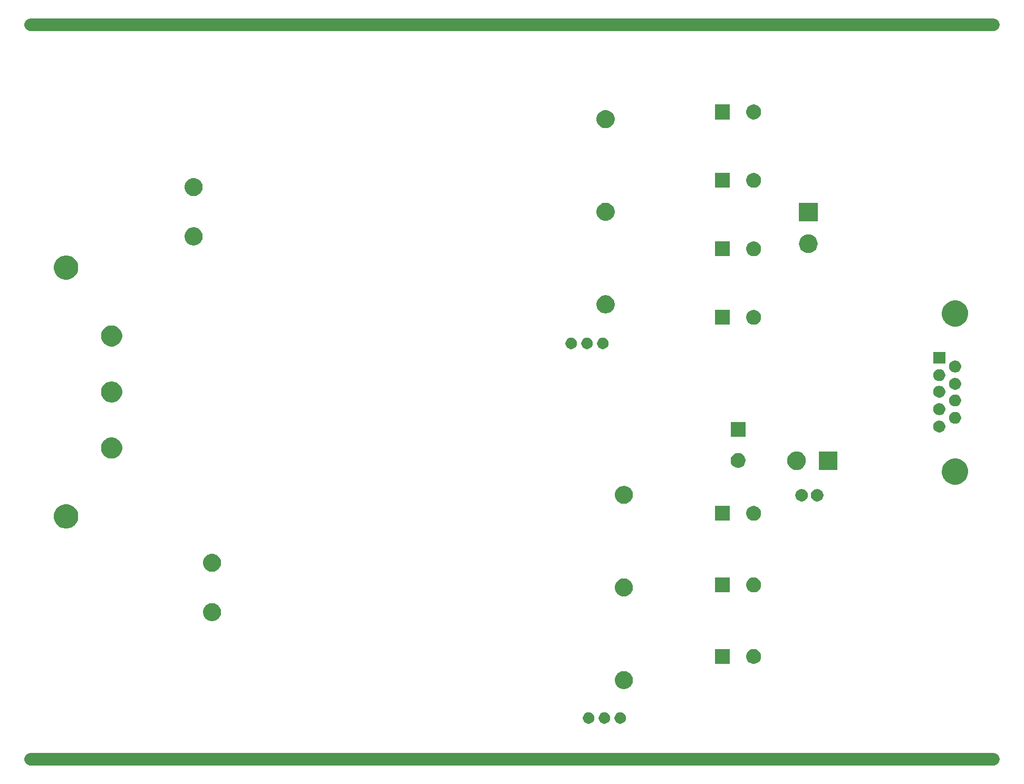
<source format=gbr>
G04 #@! TF.GenerationSoftware,KiCad,Pcbnew,(5.1.0)-1*
G04 #@! TF.CreationDate,2021-01-22T15:31:34-07:00*
G04 #@! TF.ProjectId,pwr supply rev 5,70777220-7375-4707-906c-792072657620,rev?*
G04 #@! TF.SameCoordinates,Original*
G04 #@! TF.FileFunction,Soldermask,Top*
G04 #@! TF.FilePolarity,Negative*
%FSLAX46Y46*%
G04 Gerber Fmt 4.6, Leading zero omitted, Abs format (unit mm)*
G04 Created by KiCad (PCBNEW (5.1.0)-1) date 2021-01-22 15:31:34*
%MOMM*%
%LPD*%
G04 APERTURE LIST*
%ADD10C,2.000000*%
%ADD11C,0.150000*%
G04 APERTURE END LIST*
D10*
X161000000Y-1000000D02*
X6400000Y-1000000D01*
X161000000Y-119000000D02*
X6400000Y-119000000D01*
D11*
G36*
X101348354Y-111515356D02*
G01*
X101515786Y-111584708D01*
X101666466Y-111685389D01*
X101794611Y-111813534D01*
X101895292Y-111964214D01*
X101964644Y-112131646D01*
X102000000Y-112309389D01*
X102000000Y-112490611D01*
X101964644Y-112668354D01*
X101895292Y-112835786D01*
X101794611Y-112986466D01*
X101666466Y-113114611D01*
X101515786Y-113215292D01*
X101348354Y-113284644D01*
X101170612Y-113320000D01*
X100989388Y-113320000D01*
X100811646Y-113284644D01*
X100644214Y-113215292D01*
X100493534Y-113114611D01*
X100365389Y-112986466D01*
X100264708Y-112835786D01*
X100195356Y-112668354D01*
X100160000Y-112490611D01*
X100160000Y-112309389D01*
X100195356Y-112131646D01*
X100264708Y-111964214D01*
X100365389Y-111813534D01*
X100493534Y-111685389D01*
X100644214Y-111584708D01*
X100811646Y-111515356D01*
X100989388Y-111480000D01*
X101170612Y-111480000D01*
X101348354Y-111515356D01*
X101348354Y-111515356D01*
G37*
G36*
X98808354Y-111515356D02*
G01*
X98975786Y-111584708D01*
X99126466Y-111685389D01*
X99254611Y-111813534D01*
X99355292Y-111964214D01*
X99424644Y-112131646D01*
X99460000Y-112309389D01*
X99460000Y-112490611D01*
X99424644Y-112668354D01*
X99355292Y-112835786D01*
X99254611Y-112986466D01*
X99126466Y-113114611D01*
X98975786Y-113215292D01*
X98808354Y-113284644D01*
X98630612Y-113320000D01*
X98449388Y-113320000D01*
X98271646Y-113284644D01*
X98104214Y-113215292D01*
X97953534Y-113114611D01*
X97825389Y-112986466D01*
X97724708Y-112835786D01*
X97655356Y-112668354D01*
X97620000Y-112490611D01*
X97620000Y-112309389D01*
X97655356Y-112131646D01*
X97724708Y-111964214D01*
X97825389Y-111813534D01*
X97953534Y-111685389D01*
X98104214Y-111584708D01*
X98271646Y-111515356D01*
X98449388Y-111480000D01*
X98630612Y-111480000D01*
X98808354Y-111515356D01*
X98808354Y-111515356D01*
G37*
G36*
X96268354Y-111515356D02*
G01*
X96435786Y-111584708D01*
X96586466Y-111685389D01*
X96714611Y-111813534D01*
X96815292Y-111964214D01*
X96884644Y-112131646D01*
X96920000Y-112309389D01*
X96920000Y-112490611D01*
X96884644Y-112668354D01*
X96815292Y-112835786D01*
X96714611Y-112986466D01*
X96586466Y-113114611D01*
X96435786Y-113215292D01*
X96268354Y-113284644D01*
X96090612Y-113320000D01*
X95909388Y-113320000D01*
X95731646Y-113284644D01*
X95564214Y-113215292D01*
X95413534Y-113114611D01*
X95285389Y-112986466D01*
X95184708Y-112835786D01*
X95115356Y-112668354D01*
X95080000Y-112490611D01*
X95080000Y-112309389D01*
X95115356Y-112131646D01*
X95184708Y-111964214D01*
X95285389Y-111813534D01*
X95413534Y-111685389D01*
X95564214Y-111584708D01*
X95731646Y-111515356D01*
X95909388Y-111480000D01*
X96090612Y-111480000D01*
X96268354Y-111515356D01*
X96268354Y-111515356D01*
G37*
G36*
X101999570Y-104882149D02*
G01*
X102092950Y-104900723D01*
X102356835Y-105010027D01*
X102594321Y-105168711D01*
X102796289Y-105370679D01*
X102954973Y-105608165D01*
X103064277Y-105872050D01*
X103120000Y-106152189D01*
X103120000Y-106437811D01*
X103064277Y-106717950D01*
X102954973Y-106981835D01*
X102796289Y-107219321D01*
X102594321Y-107421289D01*
X102356835Y-107579973D01*
X102092950Y-107689277D01*
X101999570Y-107707851D01*
X101812813Y-107745000D01*
X101527187Y-107745000D01*
X101340430Y-107707851D01*
X101247050Y-107689277D01*
X100983165Y-107579973D01*
X100745679Y-107421289D01*
X100543711Y-107219321D01*
X100385027Y-106981835D01*
X100275723Y-106717950D01*
X100220000Y-106437811D01*
X100220000Y-106152189D01*
X100275723Y-105872050D01*
X100385027Y-105608165D01*
X100543711Y-105370679D01*
X100745679Y-105168711D01*
X100983165Y-105010027D01*
X101247050Y-104900723D01*
X101340430Y-104882149D01*
X101527187Y-104845000D01*
X101812813Y-104845000D01*
X101999570Y-104882149D01*
X101999570Y-104882149D01*
G37*
G36*
X122850027Y-101346116D02*
G01*
X123068415Y-101436575D01*
X123264955Y-101567899D01*
X123432101Y-101735045D01*
X123563425Y-101931585D01*
X123653884Y-102149973D01*
X123700000Y-102381812D01*
X123700000Y-102618188D01*
X123653884Y-102850027D01*
X123563425Y-103068415D01*
X123432101Y-103264955D01*
X123264955Y-103432101D01*
X123068415Y-103563425D01*
X123068414Y-103563426D01*
X123068413Y-103563426D01*
X122850027Y-103653884D01*
X122618190Y-103700000D01*
X122381810Y-103700000D01*
X122149973Y-103653884D01*
X121931587Y-103563426D01*
X121931586Y-103563426D01*
X121931585Y-103563425D01*
X121735045Y-103432101D01*
X121567899Y-103264955D01*
X121436575Y-103068415D01*
X121346116Y-102850027D01*
X121300000Y-102618188D01*
X121300000Y-102381812D01*
X121346116Y-102149973D01*
X121436575Y-101931585D01*
X121567899Y-101735045D01*
X121735045Y-101567899D01*
X121931585Y-101436575D01*
X122149973Y-101346116D01*
X122381810Y-101300000D01*
X122618190Y-101300000D01*
X122850027Y-101346116D01*
X122850027Y-101346116D01*
G37*
G36*
X118700000Y-103700000D02*
G01*
X116300000Y-103700000D01*
X116300000Y-101300000D01*
X118700000Y-101300000D01*
X118700000Y-103700000D01*
X118700000Y-103700000D01*
G37*
G36*
X35859570Y-93962149D02*
G01*
X35952950Y-93980723D01*
X36216835Y-94090027D01*
X36454321Y-94248711D01*
X36656289Y-94450679D01*
X36814973Y-94688165D01*
X36924277Y-94952050D01*
X36980000Y-95232189D01*
X36980000Y-95517811D01*
X36924277Y-95797950D01*
X36814973Y-96061835D01*
X36656289Y-96299321D01*
X36454321Y-96501289D01*
X36216835Y-96659973D01*
X35952950Y-96769277D01*
X35859570Y-96787851D01*
X35672813Y-96825000D01*
X35387187Y-96825000D01*
X35200430Y-96787851D01*
X35107050Y-96769277D01*
X34843165Y-96659973D01*
X34605679Y-96501289D01*
X34403711Y-96299321D01*
X34245027Y-96061835D01*
X34135723Y-95797950D01*
X34080000Y-95517811D01*
X34080000Y-95232189D01*
X34135723Y-94952050D01*
X34245027Y-94688165D01*
X34403711Y-94450679D01*
X34605679Y-94248711D01*
X34843165Y-94090027D01*
X35107050Y-93980723D01*
X35200430Y-93962149D01*
X35387187Y-93925000D01*
X35672813Y-93925000D01*
X35859570Y-93962149D01*
X35859570Y-93962149D01*
G37*
G36*
X101999570Y-90002149D02*
G01*
X102092950Y-90020723D01*
X102356835Y-90130027D01*
X102594321Y-90288711D01*
X102796289Y-90490679D01*
X102954973Y-90728165D01*
X103018614Y-90881810D01*
X103064277Y-90992051D01*
X103120000Y-91272187D01*
X103120000Y-91557813D01*
X103117891Y-91568415D01*
X103064277Y-91837950D01*
X102954973Y-92101835D01*
X102796289Y-92339321D01*
X102594321Y-92541289D01*
X102356835Y-92699973D01*
X102092950Y-92809277D01*
X101999570Y-92827851D01*
X101812813Y-92865000D01*
X101527187Y-92865000D01*
X101340430Y-92827851D01*
X101247050Y-92809277D01*
X100983165Y-92699973D01*
X100745679Y-92541289D01*
X100543711Y-92339321D01*
X100385027Y-92101835D01*
X100275723Y-91837950D01*
X100222109Y-91568415D01*
X100220000Y-91557813D01*
X100220000Y-91272187D01*
X100275723Y-90992051D01*
X100321386Y-90881810D01*
X100385027Y-90728165D01*
X100543711Y-90490679D01*
X100745679Y-90288711D01*
X100983165Y-90130027D01*
X101247050Y-90020723D01*
X101340430Y-90002149D01*
X101527187Y-89965000D01*
X101812813Y-89965000D01*
X101999570Y-90002149D01*
X101999570Y-90002149D01*
G37*
G36*
X122850027Y-89846116D02*
G01*
X123068415Y-89936575D01*
X123264955Y-90067899D01*
X123432101Y-90235045D01*
X123467960Y-90288711D01*
X123563426Y-90431587D01*
X123653884Y-90649973D01*
X123700000Y-90881810D01*
X123700000Y-91118190D01*
X123653884Y-91350027D01*
X123567817Y-91557813D01*
X123563425Y-91568415D01*
X123432101Y-91764955D01*
X123264955Y-91932101D01*
X123068415Y-92063425D01*
X123068414Y-92063426D01*
X123068413Y-92063426D01*
X122850027Y-92153884D01*
X122618190Y-92200000D01*
X122381810Y-92200000D01*
X122149973Y-92153884D01*
X121931587Y-92063426D01*
X121931586Y-92063426D01*
X121931585Y-92063425D01*
X121735045Y-91932101D01*
X121567899Y-91764955D01*
X121436575Y-91568415D01*
X121432184Y-91557813D01*
X121346116Y-91350027D01*
X121300000Y-91118190D01*
X121300000Y-90881810D01*
X121346116Y-90649973D01*
X121436574Y-90431587D01*
X121532041Y-90288711D01*
X121567899Y-90235045D01*
X121735045Y-90067899D01*
X121931585Y-89936575D01*
X122149973Y-89846116D01*
X122381810Y-89800000D01*
X122618190Y-89800000D01*
X122850027Y-89846116D01*
X122850027Y-89846116D01*
G37*
G36*
X118700000Y-92200000D02*
G01*
X116300000Y-92200000D01*
X116300000Y-89800000D01*
X118700000Y-89800000D01*
X118700000Y-92200000D01*
X118700000Y-92200000D01*
G37*
G36*
X35859570Y-86042149D02*
G01*
X35952950Y-86060723D01*
X36216835Y-86170027D01*
X36454321Y-86328711D01*
X36656289Y-86530679D01*
X36814973Y-86768165D01*
X36924277Y-87032050D01*
X36980000Y-87312189D01*
X36980000Y-87597811D01*
X36924277Y-87877950D01*
X36814973Y-88141835D01*
X36656289Y-88379321D01*
X36454321Y-88581289D01*
X36216835Y-88739973D01*
X35952950Y-88849277D01*
X35859570Y-88867851D01*
X35672813Y-88905000D01*
X35387187Y-88905000D01*
X35200430Y-88867851D01*
X35107050Y-88849277D01*
X34843165Y-88739973D01*
X34605679Y-88581289D01*
X34403711Y-88379321D01*
X34245027Y-88141835D01*
X34135723Y-87877950D01*
X34080000Y-87597811D01*
X34080000Y-87312189D01*
X34135723Y-87032050D01*
X34245027Y-86768165D01*
X34403711Y-86530679D01*
X34605679Y-86328711D01*
X34843165Y-86170027D01*
X35107050Y-86060723D01*
X35200430Y-86042149D01*
X35387187Y-86005000D01*
X35672813Y-86005000D01*
X35859570Y-86042149D01*
X35859570Y-86042149D01*
G37*
G36*
X12668794Y-78124938D02*
G01*
X13023674Y-78271933D01*
X13343053Y-78485336D01*
X13614664Y-78756947D01*
X13828067Y-79076326D01*
X13975062Y-79431206D01*
X14050000Y-79807943D01*
X14050000Y-80192057D01*
X13975062Y-80568794D01*
X13828067Y-80923674D01*
X13614664Y-81243053D01*
X13343053Y-81514664D01*
X13023674Y-81728067D01*
X12668794Y-81875062D01*
X12292058Y-81950000D01*
X11907942Y-81950000D01*
X11531206Y-81875062D01*
X11176326Y-81728067D01*
X10856947Y-81514664D01*
X10585336Y-81243053D01*
X10371933Y-80923674D01*
X10224938Y-80568794D01*
X10150000Y-80192057D01*
X10150000Y-79807943D01*
X10224938Y-79431206D01*
X10371933Y-79076326D01*
X10585336Y-78756947D01*
X10856947Y-78485336D01*
X11176326Y-78271933D01*
X11531206Y-78124938D01*
X11907942Y-78050000D01*
X12292058Y-78050000D01*
X12668794Y-78124938D01*
X12668794Y-78124938D01*
G37*
G36*
X118700000Y-80700000D02*
G01*
X116300000Y-80700000D01*
X116300000Y-78300000D01*
X118700000Y-78300000D01*
X118700000Y-80700000D01*
X118700000Y-80700000D01*
G37*
G36*
X122850027Y-78346116D02*
G01*
X123068415Y-78436575D01*
X123264955Y-78567899D01*
X123432101Y-78735045D01*
X123563425Y-78931585D01*
X123653884Y-79149973D01*
X123700000Y-79381812D01*
X123700000Y-79618188D01*
X123653884Y-79850027D01*
X123563425Y-80068415D01*
X123432101Y-80264955D01*
X123264955Y-80432101D01*
X123068415Y-80563425D01*
X123068414Y-80563426D01*
X123068413Y-80563426D01*
X122850027Y-80653884D01*
X122618190Y-80700000D01*
X122381810Y-80700000D01*
X122149973Y-80653884D01*
X121931587Y-80563426D01*
X121931586Y-80563426D01*
X121931585Y-80563425D01*
X121735045Y-80432101D01*
X121567899Y-80264955D01*
X121436575Y-80068415D01*
X121346116Y-79850027D01*
X121300000Y-79618188D01*
X121300000Y-79381812D01*
X121346116Y-79149973D01*
X121436575Y-78931585D01*
X121567899Y-78735045D01*
X121735045Y-78567899D01*
X121931585Y-78436575D01*
X122149973Y-78346116D01*
X122381810Y-78300000D01*
X122618190Y-78300000D01*
X122850027Y-78346116D01*
X122850027Y-78346116D01*
G37*
G36*
X101999570Y-75122149D02*
G01*
X102092950Y-75140723D01*
X102356835Y-75250027D01*
X102594321Y-75408711D01*
X102796289Y-75610679D01*
X102954973Y-75848165D01*
X103064277Y-76112050D01*
X103064277Y-76112051D01*
X103103316Y-76308310D01*
X103120000Y-76392189D01*
X103120000Y-76677811D01*
X103064277Y-76957950D01*
X102954973Y-77221835D01*
X102796289Y-77459321D01*
X102594321Y-77661289D01*
X102356835Y-77819973D01*
X102092950Y-77929277D01*
X101999570Y-77947851D01*
X101812813Y-77985000D01*
X101527187Y-77985000D01*
X101340430Y-77947851D01*
X101247050Y-77929277D01*
X100983165Y-77819973D01*
X100745679Y-77661289D01*
X100543711Y-77459321D01*
X100385027Y-77221835D01*
X100275723Y-76957950D01*
X100220000Y-76677811D01*
X100220000Y-76392189D01*
X100236685Y-76308310D01*
X100275723Y-76112051D01*
X100275723Y-76112050D01*
X100385027Y-75848165D01*
X100543711Y-75610679D01*
X100745679Y-75408711D01*
X100983165Y-75250027D01*
X101247050Y-75140723D01*
X101340430Y-75122149D01*
X101527187Y-75085000D01*
X101812813Y-75085000D01*
X101999570Y-75122149D01*
X101999570Y-75122149D01*
G37*
G36*
X130491689Y-75638429D02*
G01*
X130673678Y-75713811D01*
X130837463Y-75823249D01*
X130976751Y-75962537D01*
X131086189Y-76126322D01*
X131161571Y-76308311D01*
X131200000Y-76501509D01*
X131200000Y-76698491D01*
X131161571Y-76891689D01*
X131086189Y-77073678D01*
X130976751Y-77237463D01*
X130837463Y-77376751D01*
X130673678Y-77486189D01*
X130491689Y-77561571D01*
X130298491Y-77600000D01*
X130101509Y-77600000D01*
X129908311Y-77561571D01*
X129726322Y-77486189D01*
X129562537Y-77376751D01*
X129423249Y-77237463D01*
X129313811Y-77073678D01*
X129238429Y-76891689D01*
X129200000Y-76698491D01*
X129200000Y-76501509D01*
X129238429Y-76308311D01*
X129313811Y-76126322D01*
X129423249Y-75962537D01*
X129562537Y-75823249D01*
X129726322Y-75713811D01*
X129908311Y-75638429D01*
X130101509Y-75600000D01*
X130298491Y-75600000D01*
X130491689Y-75638429D01*
X130491689Y-75638429D01*
G37*
G36*
X132991689Y-75638429D02*
G01*
X133173678Y-75713811D01*
X133337463Y-75823249D01*
X133476751Y-75962537D01*
X133586189Y-76126322D01*
X133661571Y-76308311D01*
X133700000Y-76501509D01*
X133700000Y-76698491D01*
X133661571Y-76891689D01*
X133586189Y-77073678D01*
X133476751Y-77237463D01*
X133337463Y-77376751D01*
X133173678Y-77486189D01*
X132991689Y-77561571D01*
X132798491Y-77600000D01*
X132601509Y-77600000D01*
X132408311Y-77561571D01*
X132226322Y-77486189D01*
X132062537Y-77376751D01*
X131923249Y-77237463D01*
X131813811Y-77073678D01*
X131738429Y-76891689D01*
X131700000Y-76698491D01*
X131700000Y-76501509D01*
X131738429Y-76308311D01*
X131813811Y-76126322D01*
X131923249Y-75962537D01*
X132062537Y-75823249D01*
X132226322Y-75713811D01*
X132408311Y-75638429D01*
X132601509Y-75600000D01*
X132798491Y-75600000D01*
X132991689Y-75638429D01*
X132991689Y-75638429D01*
G37*
G36*
X155454006Y-70765894D02*
G01*
X155837094Y-70924574D01*
X156181859Y-71154939D01*
X156475061Y-71448141D01*
X156705426Y-71792906D01*
X156705427Y-71792909D01*
X156864106Y-72175994D01*
X156915133Y-72432522D01*
X156945000Y-72582677D01*
X156945000Y-72997323D01*
X156864106Y-73404006D01*
X156705426Y-73787094D01*
X156475061Y-74131859D01*
X156181859Y-74425061D01*
X155837094Y-74655426D01*
X155454006Y-74814106D01*
X155047324Y-74895000D01*
X154632676Y-74895000D01*
X154225994Y-74814106D01*
X153842906Y-74655426D01*
X153498141Y-74425061D01*
X153204939Y-74131859D01*
X152974574Y-73787094D01*
X152815894Y-73404006D01*
X152735000Y-72997323D01*
X152735000Y-72582677D01*
X152764868Y-72432522D01*
X152815894Y-72175994D01*
X152974573Y-71792909D01*
X152974574Y-71792906D01*
X153204939Y-71448141D01*
X153498141Y-71154939D01*
X153842906Y-70924574D01*
X154225994Y-70765894D01*
X154632676Y-70685000D01*
X155047324Y-70685000D01*
X155454006Y-70765894D01*
X155454006Y-70765894D01*
G37*
G36*
X129684051Y-69561705D02*
G01*
X129966802Y-69647476D01*
X129966805Y-69647478D01*
X129966806Y-69647478D01*
X130227386Y-69786760D01*
X130455792Y-69974208D01*
X130643240Y-70202614D01*
X130765628Y-70431587D01*
X130782524Y-70463198D01*
X130868295Y-70745949D01*
X130897257Y-71040000D01*
X130868295Y-71334051D01*
X130782524Y-71616802D01*
X130782522Y-71616805D01*
X130782522Y-71616806D01*
X130643240Y-71877386D01*
X130455792Y-72105792D01*
X130227386Y-72293240D01*
X129966806Y-72432522D01*
X129966802Y-72432524D01*
X129684051Y-72518295D01*
X129463680Y-72540000D01*
X129316320Y-72540000D01*
X129095949Y-72518295D01*
X128813198Y-72432524D01*
X128813194Y-72432522D01*
X128552614Y-72293240D01*
X128324208Y-72105792D01*
X128136760Y-71877386D01*
X127997478Y-71616806D01*
X127997478Y-71616805D01*
X127997476Y-71616802D01*
X127911705Y-71334051D01*
X127882743Y-71040000D01*
X127911705Y-70745949D01*
X127997476Y-70463198D01*
X128014372Y-70431587D01*
X128136760Y-70202614D01*
X128324208Y-69974208D01*
X128552614Y-69786760D01*
X128813194Y-69647478D01*
X128813195Y-69647478D01*
X128813198Y-69647476D01*
X129095949Y-69561705D01*
X129316320Y-69540000D01*
X129463680Y-69540000D01*
X129684051Y-69561705D01*
X129684051Y-69561705D01*
G37*
G36*
X135970000Y-72540000D02*
G01*
X132970000Y-72540000D01*
X132970000Y-69540000D01*
X135970000Y-69540000D01*
X135970000Y-72540000D01*
X135970000Y-72540000D01*
G37*
G36*
X120350027Y-69846116D02*
G01*
X120568415Y-69936575D01*
X120764955Y-70067899D01*
X120932101Y-70235045D01*
X121063426Y-70431587D01*
X121147545Y-70634669D01*
X121153884Y-70649973D01*
X121200000Y-70881812D01*
X121200000Y-71118188D01*
X121153884Y-71350027D01*
X121063425Y-71568415D01*
X120932101Y-71764955D01*
X120764955Y-71932101D01*
X120568415Y-72063425D01*
X120568414Y-72063426D01*
X120568413Y-72063426D01*
X120350027Y-72153884D01*
X120118190Y-72200000D01*
X119881810Y-72200000D01*
X119649973Y-72153884D01*
X119431587Y-72063426D01*
X119431586Y-72063426D01*
X119431585Y-72063425D01*
X119235045Y-71932101D01*
X119067899Y-71764955D01*
X118936575Y-71568415D01*
X118846116Y-71350027D01*
X118800000Y-71118188D01*
X118800000Y-70881812D01*
X118846116Y-70649973D01*
X118852455Y-70634669D01*
X118936574Y-70431587D01*
X119067899Y-70235045D01*
X119235045Y-70067899D01*
X119431585Y-69936575D01*
X119649973Y-69846116D01*
X119881810Y-69800000D01*
X120118190Y-69800000D01*
X120350027Y-69846116D01*
X120350027Y-69846116D01*
G37*
G36*
X19895872Y-67365330D02*
G01*
X20205252Y-67493479D01*
X20483687Y-67679523D01*
X20720477Y-67916313D01*
X20906521Y-68194748D01*
X21034670Y-68504128D01*
X21100000Y-68832565D01*
X21100000Y-69167435D01*
X21034670Y-69495872D01*
X20906521Y-69805252D01*
X20720477Y-70083687D01*
X20483687Y-70320477D01*
X20205252Y-70506521D01*
X19895872Y-70634670D01*
X19567435Y-70700000D01*
X19232565Y-70700000D01*
X18904128Y-70634670D01*
X18594748Y-70506521D01*
X18316313Y-70320477D01*
X18079523Y-70083687D01*
X17893479Y-69805252D01*
X17765330Y-69495872D01*
X17700000Y-69167435D01*
X17700000Y-68832565D01*
X17765330Y-68504128D01*
X17893479Y-68194748D01*
X18079523Y-67916313D01*
X18316313Y-67679523D01*
X18594748Y-67493479D01*
X18904128Y-67365330D01*
X19232565Y-67300000D01*
X19567435Y-67300000D01*
X19895872Y-67365330D01*
X19895872Y-67365330D01*
G37*
G36*
X121200000Y-67200000D02*
G01*
X118800000Y-67200000D01*
X118800000Y-64800000D01*
X121200000Y-64800000D01*
X121200000Y-67200000D01*
X121200000Y-67200000D01*
G37*
G36*
X152580022Y-64626892D02*
G01*
X152754731Y-64699259D01*
X152754733Y-64699260D01*
X152911964Y-64804319D01*
X153045681Y-64938036D01*
X153150740Y-65095267D01*
X153223108Y-65269979D01*
X153260000Y-65455448D01*
X153260000Y-65644552D01*
X153223108Y-65830021D01*
X153150740Y-66004733D01*
X153045681Y-66161964D01*
X152911964Y-66295681D01*
X152754733Y-66400740D01*
X152754732Y-66400741D01*
X152754731Y-66400741D01*
X152580022Y-66473108D01*
X152394552Y-66510000D01*
X152205448Y-66510000D01*
X152019978Y-66473108D01*
X151845269Y-66400741D01*
X151845268Y-66400741D01*
X151845267Y-66400740D01*
X151688036Y-66295681D01*
X151554319Y-66161964D01*
X151449260Y-66004733D01*
X151376892Y-65830021D01*
X151340000Y-65644552D01*
X151340000Y-65455448D01*
X151376892Y-65269979D01*
X151449260Y-65095267D01*
X151554319Y-64938036D01*
X151688036Y-64804319D01*
X151845267Y-64699260D01*
X151845269Y-64699259D01*
X152019978Y-64626892D01*
X152205448Y-64590000D01*
X152394552Y-64590000D01*
X152580022Y-64626892D01*
X152580022Y-64626892D01*
G37*
G36*
X155120022Y-63226892D02*
G01*
X155294731Y-63299259D01*
X155294733Y-63299260D01*
X155451964Y-63404319D01*
X155585681Y-63538036D01*
X155690740Y-63695267D01*
X155763108Y-63869979D01*
X155800000Y-64055448D01*
X155800000Y-64244552D01*
X155763108Y-64430021D01*
X155690740Y-64604733D01*
X155585681Y-64761964D01*
X155451964Y-64895681D01*
X155294733Y-65000740D01*
X155294732Y-65000741D01*
X155294731Y-65000741D01*
X155120022Y-65073108D01*
X154934552Y-65110000D01*
X154745448Y-65110000D01*
X154559978Y-65073108D01*
X154385269Y-65000741D01*
X154385268Y-65000741D01*
X154385267Y-65000740D01*
X154228036Y-64895681D01*
X154094319Y-64761964D01*
X153989260Y-64604733D01*
X153916892Y-64430021D01*
X153880000Y-64244552D01*
X153880000Y-64055448D01*
X153916892Y-63869979D01*
X153989260Y-63695267D01*
X154094319Y-63538036D01*
X154228036Y-63404319D01*
X154385267Y-63299260D01*
X154385269Y-63299259D01*
X154559978Y-63226892D01*
X154745448Y-63190000D01*
X154934552Y-63190000D01*
X155120022Y-63226892D01*
X155120022Y-63226892D01*
G37*
G36*
X152580022Y-61836892D02*
G01*
X152754731Y-61909259D01*
X152754733Y-61909260D01*
X152911964Y-62014319D01*
X153045681Y-62148036D01*
X153150740Y-62305267D01*
X153223108Y-62479979D01*
X153260000Y-62665448D01*
X153260000Y-62854552D01*
X153223108Y-63040021D01*
X153150740Y-63214733D01*
X153045681Y-63371964D01*
X152911964Y-63505681D01*
X152754733Y-63610740D01*
X152754732Y-63610741D01*
X152754731Y-63610741D01*
X152580022Y-63683108D01*
X152394552Y-63720000D01*
X152205448Y-63720000D01*
X152019978Y-63683108D01*
X151845269Y-63610741D01*
X151845268Y-63610741D01*
X151845267Y-63610740D01*
X151688036Y-63505681D01*
X151554319Y-63371964D01*
X151449260Y-63214733D01*
X151376892Y-63040021D01*
X151340000Y-62854552D01*
X151340000Y-62665448D01*
X151376892Y-62479979D01*
X151449260Y-62305267D01*
X151554319Y-62148036D01*
X151688036Y-62014319D01*
X151845267Y-61909260D01*
X151845269Y-61909259D01*
X152019978Y-61836892D01*
X152205448Y-61800000D01*
X152394552Y-61800000D01*
X152580022Y-61836892D01*
X152580022Y-61836892D01*
G37*
G36*
X155120022Y-60436892D02*
G01*
X155294731Y-60509259D01*
X155294733Y-60509260D01*
X155451964Y-60614319D01*
X155585681Y-60748036D01*
X155675934Y-60883108D01*
X155690741Y-60905269D01*
X155763108Y-61079978D01*
X155800000Y-61265448D01*
X155800000Y-61454552D01*
X155764173Y-61634670D01*
X155763108Y-61640021D01*
X155690740Y-61814733D01*
X155585681Y-61971964D01*
X155451964Y-62105681D01*
X155294733Y-62210740D01*
X155294732Y-62210741D01*
X155294731Y-62210741D01*
X155120022Y-62283108D01*
X154934552Y-62320000D01*
X154745448Y-62320000D01*
X154559978Y-62283108D01*
X154385269Y-62210741D01*
X154385268Y-62210741D01*
X154385267Y-62210740D01*
X154228036Y-62105681D01*
X154094319Y-61971964D01*
X153989260Y-61814733D01*
X153916892Y-61640021D01*
X153915828Y-61634670D01*
X153880000Y-61454552D01*
X153880000Y-61265448D01*
X153916892Y-61079978D01*
X153989259Y-60905269D01*
X154004067Y-60883108D01*
X154094319Y-60748036D01*
X154228036Y-60614319D01*
X154385267Y-60509260D01*
X154385269Y-60509259D01*
X154559978Y-60436892D01*
X154745448Y-60400000D01*
X154934552Y-60400000D01*
X155120022Y-60436892D01*
X155120022Y-60436892D01*
G37*
G36*
X19895872Y-58365330D02*
G01*
X20205252Y-58493479D01*
X20483687Y-58679523D01*
X20720477Y-58916313D01*
X20906521Y-59194748D01*
X21034670Y-59504128D01*
X21100000Y-59832565D01*
X21100000Y-60167435D01*
X21034670Y-60495872D01*
X20906521Y-60805252D01*
X20720477Y-61083687D01*
X20483687Y-61320477D01*
X20205252Y-61506521D01*
X19895872Y-61634670D01*
X19567435Y-61700000D01*
X19232565Y-61700000D01*
X18904128Y-61634670D01*
X18594748Y-61506521D01*
X18316313Y-61320477D01*
X18079523Y-61083687D01*
X17893479Y-60805252D01*
X17765330Y-60495872D01*
X17700000Y-60167435D01*
X17700000Y-59832565D01*
X17765330Y-59504128D01*
X17893479Y-59194748D01*
X18079523Y-58916313D01*
X18316313Y-58679523D01*
X18594748Y-58493479D01*
X18904128Y-58365330D01*
X19232565Y-58300000D01*
X19567435Y-58300000D01*
X19895872Y-58365330D01*
X19895872Y-58365330D01*
G37*
G36*
X152580022Y-59036892D02*
G01*
X152754731Y-59109259D01*
X152754733Y-59109260D01*
X152882671Y-59194746D01*
X152911964Y-59214319D01*
X153045681Y-59348036D01*
X153150741Y-59505269D01*
X153223108Y-59679978D01*
X153260000Y-59865448D01*
X153260000Y-60054552D01*
X153237547Y-60167434D01*
X153223108Y-60240021D01*
X153150740Y-60414733D01*
X153045681Y-60571964D01*
X152911964Y-60705681D01*
X152754733Y-60810740D01*
X152754732Y-60810741D01*
X152754731Y-60810741D01*
X152580022Y-60883108D01*
X152394552Y-60920000D01*
X152205448Y-60920000D01*
X152019978Y-60883108D01*
X151845269Y-60810741D01*
X151845268Y-60810741D01*
X151845267Y-60810740D01*
X151688036Y-60705681D01*
X151554319Y-60571964D01*
X151449260Y-60414733D01*
X151376892Y-60240021D01*
X151362454Y-60167434D01*
X151340000Y-60054552D01*
X151340000Y-59865448D01*
X151376892Y-59679978D01*
X151449259Y-59505269D01*
X151554319Y-59348036D01*
X151688036Y-59214319D01*
X151717329Y-59194746D01*
X151845267Y-59109260D01*
X151845269Y-59109259D01*
X152019978Y-59036892D01*
X152205448Y-59000000D01*
X152394552Y-59000000D01*
X152580022Y-59036892D01*
X152580022Y-59036892D01*
G37*
G36*
X155120022Y-57766892D02*
G01*
X155294731Y-57839259D01*
X155294733Y-57839260D01*
X155451964Y-57944319D01*
X155585681Y-58078036D01*
X155675934Y-58213108D01*
X155690741Y-58235269D01*
X155763108Y-58409978D01*
X155800000Y-58595448D01*
X155800000Y-58784552D01*
X155763108Y-58970022D01*
X155690741Y-59144731D01*
X155690740Y-59144733D01*
X155585681Y-59301964D01*
X155451964Y-59435681D01*
X155294733Y-59540740D01*
X155294732Y-59540741D01*
X155294731Y-59540741D01*
X155120022Y-59613108D01*
X154934552Y-59650000D01*
X154745448Y-59650000D01*
X154559978Y-59613108D01*
X154385269Y-59540741D01*
X154385268Y-59540741D01*
X154385267Y-59540740D01*
X154228036Y-59435681D01*
X154094319Y-59301964D01*
X153989260Y-59144733D01*
X153989259Y-59144731D01*
X153916892Y-58970022D01*
X153880000Y-58784552D01*
X153880000Y-58595448D01*
X153916892Y-58409978D01*
X153989259Y-58235269D01*
X154004067Y-58213108D01*
X154094319Y-58078036D01*
X154228036Y-57944319D01*
X154385267Y-57839260D01*
X154385269Y-57839259D01*
X154559978Y-57766892D01*
X154745448Y-57730000D01*
X154934552Y-57730000D01*
X155120022Y-57766892D01*
X155120022Y-57766892D01*
G37*
G36*
X152580022Y-56366892D02*
G01*
X152754731Y-56439259D01*
X152754733Y-56439260D01*
X152911964Y-56544319D01*
X153045681Y-56678036D01*
X153150740Y-56835267D01*
X153223108Y-57009979D01*
X153260000Y-57195448D01*
X153260000Y-57384552D01*
X153223108Y-57570021D01*
X153150740Y-57744733D01*
X153045681Y-57901964D01*
X152911964Y-58035681D01*
X152754733Y-58140740D01*
X152754732Y-58140741D01*
X152754731Y-58140741D01*
X152580022Y-58213108D01*
X152394552Y-58250000D01*
X152205448Y-58250000D01*
X152019978Y-58213108D01*
X151845269Y-58140741D01*
X151845268Y-58140741D01*
X151845267Y-58140740D01*
X151688036Y-58035681D01*
X151554319Y-57901964D01*
X151449260Y-57744733D01*
X151376892Y-57570021D01*
X151340000Y-57384552D01*
X151340000Y-57195448D01*
X151376892Y-57009979D01*
X151449260Y-56835267D01*
X151554319Y-56678036D01*
X151688036Y-56544319D01*
X151845267Y-56439260D01*
X151845269Y-56439259D01*
X152019978Y-56366892D01*
X152205448Y-56330000D01*
X152394552Y-56330000D01*
X152580022Y-56366892D01*
X152580022Y-56366892D01*
G37*
G36*
X155120022Y-54976892D02*
G01*
X155294731Y-55049259D01*
X155294733Y-55049260D01*
X155451964Y-55154319D01*
X155585681Y-55288036D01*
X155690740Y-55445267D01*
X155763108Y-55619979D01*
X155800000Y-55805448D01*
X155800000Y-55994552D01*
X155763108Y-56180021D01*
X155690740Y-56354733D01*
X155585681Y-56511964D01*
X155451964Y-56645681D01*
X155294733Y-56750740D01*
X155294732Y-56750741D01*
X155294731Y-56750741D01*
X155120022Y-56823108D01*
X154934552Y-56860000D01*
X154745448Y-56860000D01*
X154559978Y-56823108D01*
X154385269Y-56750741D01*
X154385268Y-56750741D01*
X154385267Y-56750740D01*
X154228036Y-56645681D01*
X154094319Y-56511964D01*
X153989260Y-56354733D01*
X153916892Y-56180021D01*
X153880000Y-55994552D01*
X153880000Y-55805448D01*
X153916892Y-55619979D01*
X153989260Y-55445267D01*
X154094319Y-55288036D01*
X154228036Y-55154319D01*
X154385267Y-55049260D01*
X154385269Y-55049259D01*
X154559978Y-54976892D01*
X154745448Y-54940000D01*
X154934552Y-54940000D01*
X155120022Y-54976892D01*
X155120022Y-54976892D01*
G37*
G36*
X153260000Y-55460000D02*
G01*
X151340000Y-55460000D01*
X151340000Y-53540000D01*
X153260000Y-53540000D01*
X153260000Y-55460000D01*
X153260000Y-55460000D01*
G37*
G36*
X96008354Y-51315356D02*
G01*
X96175786Y-51384708D01*
X96326466Y-51485389D01*
X96454611Y-51613534D01*
X96555292Y-51764214D01*
X96555293Y-51764217D01*
X96624644Y-51931646D01*
X96660000Y-52109388D01*
X96660000Y-52290612D01*
X96654059Y-52320477D01*
X96624644Y-52468354D01*
X96555292Y-52635786D01*
X96454611Y-52786466D01*
X96326466Y-52914611D01*
X96175786Y-53015292D01*
X96008354Y-53084644D01*
X95830612Y-53120000D01*
X95649388Y-53120000D01*
X95471646Y-53084644D01*
X95304214Y-53015292D01*
X95153534Y-52914611D01*
X95025389Y-52786466D01*
X94924708Y-52635786D01*
X94855356Y-52468354D01*
X94825941Y-52320477D01*
X94820000Y-52290612D01*
X94820000Y-52109388D01*
X94855356Y-51931646D01*
X94924707Y-51764217D01*
X94924708Y-51764214D01*
X95025389Y-51613534D01*
X95153534Y-51485389D01*
X95304214Y-51384708D01*
X95471646Y-51315356D01*
X95649388Y-51280000D01*
X95830612Y-51280000D01*
X96008354Y-51315356D01*
X96008354Y-51315356D01*
G37*
G36*
X98548354Y-51315356D02*
G01*
X98715786Y-51384708D01*
X98866466Y-51485389D01*
X98994611Y-51613534D01*
X99095292Y-51764214D01*
X99095293Y-51764217D01*
X99164644Y-51931646D01*
X99200000Y-52109388D01*
X99200000Y-52290612D01*
X99194059Y-52320477D01*
X99164644Y-52468354D01*
X99095292Y-52635786D01*
X98994611Y-52786466D01*
X98866466Y-52914611D01*
X98715786Y-53015292D01*
X98548354Y-53084644D01*
X98370612Y-53120000D01*
X98189388Y-53120000D01*
X98011646Y-53084644D01*
X97844214Y-53015292D01*
X97693534Y-52914611D01*
X97565389Y-52786466D01*
X97464708Y-52635786D01*
X97395356Y-52468354D01*
X97365941Y-52320477D01*
X97360000Y-52290612D01*
X97360000Y-52109388D01*
X97395356Y-51931646D01*
X97464707Y-51764217D01*
X97464708Y-51764214D01*
X97565389Y-51613534D01*
X97693534Y-51485389D01*
X97844214Y-51384708D01*
X98011646Y-51315356D01*
X98189388Y-51280000D01*
X98370612Y-51280000D01*
X98548354Y-51315356D01*
X98548354Y-51315356D01*
G37*
G36*
X93468354Y-51315356D02*
G01*
X93635786Y-51384708D01*
X93786466Y-51485389D01*
X93914611Y-51613534D01*
X94015292Y-51764214D01*
X94015293Y-51764217D01*
X94084644Y-51931646D01*
X94120000Y-52109388D01*
X94120000Y-52290612D01*
X94114059Y-52320477D01*
X94084644Y-52468354D01*
X94015292Y-52635786D01*
X93914611Y-52786466D01*
X93786466Y-52914611D01*
X93635786Y-53015292D01*
X93468354Y-53084644D01*
X93290612Y-53120000D01*
X93109388Y-53120000D01*
X92931646Y-53084644D01*
X92764214Y-53015292D01*
X92613534Y-52914611D01*
X92485389Y-52786466D01*
X92384708Y-52635786D01*
X92315356Y-52468354D01*
X92285941Y-52320477D01*
X92280000Y-52290612D01*
X92280000Y-52109388D01*
X92315356Y-51931646D01*
X92384707Y-51764217D01*
X92384708Y-51764214D01*
X92485389Y-51613534D01*
X92613534Y-51485389D01*
X92764214Y-51384708D01*
X92931646Y-51315356D01*
X93109388Y-51280000D01*
X93290612Y-51280000D01*
X93468354Y-51315356D01*
X93468354Y-51315356D01*
G37*
G36*
X19895872Y-49365330D02*
G01*
X20205252Y-49493479D01*
X20483687Y-49679523D01*
X20720477Y-49916313D01*
X20906521Y-50194748D01*
X21034670Y-50504128D01*
X21100000Y-50832565D01*
X21100000Y-51167435D01*
X21034670Y-51495872D01*
X20906521Y-51805252D01*
X20720477Y-52083687D01*
X20483687Y-52320477D01*
X20205252Y-52506521D01*
X19895872Y-52634670D01*
X19567435Y-52700000D01*
X19232565Y-52700000D01*
X18904128Y-52634670D01*
X18594748Y-52506521D01*
X18316313Y-52320477D01*
X18079523Y-52083687D01*
X17893479Y-51805252D01*
X17765330Y-51495872D01*
X17700000Y-51167435D01*
X17700000Y-50832565D01*
X17765330Y-50504128D01*
X17893479Y-50194748D01*
X18079523Y-49916313D01*
X18316313Y-49679523D01*
X18594748Y-49493479D01*
X18904128Y-49365330D01*
X19232565Y-49300000D01*
X19567435Y-49300000D01*
X19895872Y-49365330D01*
X19895872Y-49365330D01*
G37*
G36*
X155454006Y-45365894D02*
G01*
X155837094Y-45524574D01*
X156181859Y-45754939D01*
X156475061Y-46048141D01*
X156705426Y-46392906D01*
X156705427Y-46392909D01*
X156864106Y-46775994D01*
X156896048Y-46936575D01*
X156945000Y-47182677D01*
X156945000Y-47597323D01*
X156864106Y-48004006D01*
X156705426Y-48387094D01*
X156475061Y-48731859D01*
X156181859Y-49025061D01*
X155837094Y-49255426D01*
X155571762Y-49365330D01*
X155454006Y-49414106D01*
X155047324Y-49495000D01*
X154632676Y-49495000D01*
X154225994Y-49414106D01*
X154108238Y-49365330D01*
X153842906Y-49255426D01*
X153498141Y-49025061D01*
X153204939Y-48731859D01*
X152974574Y-48387094D01*
X152815894Y-48004006D01*
X152735000Y-47597323D01*
X152735000Y-47182677D01*
X152783953Y-46936575D01*
X152815894Y-46775994D01*
X152974573Y-46392909D01*
X152974574Y-46392906D01*
X153204939Y-46048141D01*
X153498141Y-45754939D01*
X153842906Y-45524574D01*
X154225994Y-45365894D01*
X154632676Y-45285000D01*
X155047324Y-45285000D01*
X155454006Y-45365894D01*
X155454006Y-45365894D01*
G37*
G36*
X122841003Y-46844321D02*
G01*
X122850027Y-46846116D01*
X123068415Y-46936575D01*
X123264955Y-47067899D01*
X123432101Y-47235045D01*
X123563425Y-47431585D01*
X123653884Y-47649973D01*
X123700000Y-47881812D01*
X123700000Y-48118188D01*
X123653884Y-48350027D01*
X123563425Y-48568415D01*
X123432101Y-48764955D01*
X123264955Y-48932101D01*
X123068415Y-49063425D01*
X123068414Y-49063426D01*
X123068413Y-49063426D01*
X122850027Y-49153884D01*
X122618190Y-49200000D01*
X122381810Y-49200000D01*
X122149973Y-49153884D01*
X121931587Y-49063426D01*
X121931586Y-49063426D01*
X121931585Y-49063425D01*
X121735045Y-48932101D01*
X121567899Y-48764955D01*
X121436575Y-48568415D01*
X121346116Y-48350027D01*
X121300000Y-48118188D01*
X121300000Y-47881812D01*
X121346116Y-47649973D01*
X121436575Y-47431585D01*
X121567899Y-47235045D01*
X121735045Y-47067899D01*
X121931585Y-46936575D01*
X122149973Y-46846116D01*
X122158997Y-46844321D01*
X122381810Y-46800000D01*
X122618190Y-46800000D01*
X122841003Y-46844321D01*
X122841003Y-46844321D01*
G37*
G36*
X118700000Y-49200000D02*
G01*
X116300000Y-49200000D01*
X116300000Y-46800000D01*
X118700000Y-46800000D01*
X118700000Y-49200000D01*
X118700000Y-49200000D01*
G37*
G36*
X99049570Y-44507149D02*
G01*
X99142950Y-44525723D01*
X99406835Y-44635027D01*
X99644321Y-44793711D01*
X99846289Y-44995679D01*
X100004973Y-45233165D01*
X100114277Y-45497050D01*
X100114277Y-45497051D01*
X100165575Y-45754940D01*
X100170000Y-45777189D01*
X100170000Y-46062811D01*
X100114277Y-46342950D01*
X100004973Y-46606835D01*
X99846289Y-46844321D01*
X99644321Y-47046289D01*
X99406835Y-47204973D01*
X99142950Y-47314277D01*
X99049570Y-47332851D01*
X98862813Y-47370000D01*
X98577187Y-47370000D01*
X98390430Y-47332851D01*
X98297050Y-47314277D01*
X98033165Y-47204973D01*
X97795679Y-47046289D01*
X97593711Y-46844321D01*
X97435027Y-46606835D01*
X97325723Y-46342950D01*
X97270000Y-46062811D01*
X97270000Y-45777189D01*
X97274426Y-45754940D01*
X97325723Y-45497051D01*
X97325723Y-45497050D01*
X97435027Y-45233165D01*
X97593711Y-44995679D01*
X97795679Y-44793711D01*
X98033165Y-44635027D01*
X98297050Y-44525723D01*
X98390430Y-44507149D01*
X98577187Y-44470000D01*
X98862813Y-44470000D01*
X99049570Y-44507149D01*
X99049570Y-44507149D01*
G37*
G36*
X12668794Y-38124938D02*
G01*
X13023674Y-38271933D01*
X13343053Y-38485336D01*
X13614664Y-38756947D01*
X13828067Y-39076326D01*
X13975062Y-39431206D01*
X14050000Y-39807943D01*
X14050000Y-40192057D01*
X13975062Y-40568794D01*
X13828067Y-40923674D01*
X13614664Y-41243053D01*
X13343053Y-41514664D01*
X13023674Y-41728067D01*
X12668794Y-41875062D01*
X12292058Y-41950000D01*
X11907942Y-41950000D01*
X11531206Y-41875062D01*
X11176326Y-41728067D01*
X10856947Y-41514664D01*
X10585336Y-41243053D01*
X10371933Y-40923674D01*
X10224938Y-40568794D01*
X10150000Y-40192057D01*
X10150000Y-39807943D01*
X10224938Y-39431206D01*
X10371933Y-39076326D01*
X10585336Y-38756947D01*
X10856947Y-38485336D01*
X11176326Y-38271933D01*
X11531206Y-38124938D01*
X11907942Y-38050000D01*
X12292058Y-38050000D01*
X12668794Y-38124938D01*
X12668794Y-38124938D01*
G37*
G36*
X118700000Y-38200000D02*
G01*
X116300000Y-38200000D01*
X116300000Y-35800000D01*
X118700000Y-35800000D01*
X118700000Y-38200000D01*
X118700000Y-38200000D01*
G37*
G36*
X122850027Y-35846116D02*
G01*
X122970338Y-35895950D01*
X123068415Y-35936575D01*
X123264955Y-36067899D01*
X123432101Y-36235045D01*
X123563425Y-36431585D01*
X123653884Y-36649973D01*
X123700000Y-36881812D01*
X123700000Y-37118188D01*
X123653884Y-37350027D01*
X123563425Y-37568415D01*
X123432101Y-37764955D01*
X123264955Y-37932101D01*
X123068415Y-38063425D01*
X123068414Y-38063426D01*
X123068413Y-38063426D01*
X122850027Y-38153884D01*
X122618190Y-38200000D01*
X122381810Y-38200000D01*
X122149973Y-38153884D01*
X121931587Y-38063426D01*
X121931586Y-38063426D01*
X121931585Y-38063425D01*
X121735045Y-37932101D01*
X121567899Y-37764955D01*
X121436575Y-37568415D01*
X121346116Y-37350027D01*
X121300000Y-37118188D01*
X121300000Y-36881812D01*
X121346116Y-36649973D01*
X121436575Y-36431585D01*
X121567899Y-36235045D01*
X121735045Y-36067899D01*
X121931585Y-35936575D01*
X122029663Y-35895950D01*
X122149973Y-35846116D01*
X122381810Y-35800000D01*
X122618190Y-35800000D01*
X122850027Y-35846116D01*
X122850027Y-35846116D01*
G37*
G36*
X131574051Y-34711705D02*
G01*
X131856802Y-34797476D01*
X131856805Y-34797478D01*
X131856806Y-34797478D01*
X132117386Y-34936760D01*
X132345792Y-35124208D01*
X132533240Y-35352614D01*
X132672522Y-35613194D01*
X132672524Y-35613198D01*
X132758295Y-35895949D01*
X132787257Y-36190000D01*
X132758295Y-36484051D01*
X132672524Y-36766802D01*
X132672522Y-36766805D01*
X132672522Y-36766806D01*
X132533240Y-37027386D01*
X132345792Y-37255792D01*
X132117386Y-37443240D01*
X131856806Y-37582522D01*
X131856802Y-37582524D01*
X131574051Y-37668295D01*
X131353680Y-37690000D01*
X131206320Y-37690000D01*
X130985949Y-37668295D01*
X130703198Y-37582524D01*
X130703194Y-37582522D01*
X130442614Y-37443240D01*
X130214208Y-37255792D01*
X130026760Y-37027386D01*
X129887478Y-36766806D01*
X129887478Y-36766805D01*
X129887476Y-36766802D01*
X129801705Y-36484051D01*
X129772743Y-36190000D01*
X129801705Y-35895949D01*
X129887476Y-35613198D01*
X129887478Y-35613194D01*
X130026760Y-35352614D01*
X130214208Y-35124208D01*
X130442614Y-34936760D01*
X130703194Y-34797478D01*
X130703195Y-34797478D01*
X130703198Y-34797476D01*
X130985949Y-34711705D01*
X131206320Y-34690000D01*
X131353680Y-34690000D01*
X131574051Y-34711705D01*
X131574051Y-34711705D01*
G37*
G36*
X32909570Y-33587149D02*
G01*
X33002950Y-33605723D01*
X33266835Y-33715027D01*
X33504321Y-33873711D01*
X33706289Y-34075679D01*
X33864973Y-34313165D01*
X33974277Y-34577050D01*
X33974277Y-34577051D01*
X34018123Y-34797476D01*
X34030000Y-34857189D01*
X34030000Y-35142811D01*
X33974277Y-35422950D01*
X33864973Y-35686835D01*
X33706289Y-35924321D01*
X33504321Y-36126289D01*
X33266835Y-36284973D01*
X33002950Y-36394277D01*
X32909570Y-36412851D01*
X32722813Y-36450000D01*
X32437187Y-36450000D01*
X32250430Y-36412851D01*
X32157050Y-36394277D01*
X31893165Y-36284973D01*
X31655679Y-36126289D01*
X31453711Y-35924321D01*
X31295027Y-35686835D01*
X31185723Y-35422950D01*
X31130000Y-35142811D01*
X31130000Y-34857189D01*
X31141878Y-34797476D01*
X31185723Y-34577051D01*
X31185723Y-34577050D01*
X31295027Y-34313165D01*
X31453711Y-34075679D01*
X31655679Y-33873711D01*
X31893165Y-33715027D01*
X32157050Y-33605723D01*
X32250430Y-33587149D01*
X32437187Y-33550000D01*
X32722813Y-33550000D01*
X32909570Y-33587149D01*
X32909570Y-33587149D01*
G37*
G36*
X132780000Y-32610000D02*
G01*
X129780000Y-32610000D01*
X129780000Y-29610000D01*
X132780000Y-29610000D01*
X132780000Y-32610000D01*
X132780000Y-32610000D01*
G37*
G36*
X99049570Y-29627149D02*
G01*
X99142950Y-29645723D01*
X99406835Y-29755027D01*
X99644321Y-29913711D01*
X99846289Y-30115679D01*
X100004973Y-30353165D01*
X100114277Y-30617050D01*
X100170000Y-30897189D01*
X100170000Y-31182811D01*
X100114277Y-31462950D01*
X100004973Y-31726835D01*
X99846289Y-31964321D01*
X99644321Y-32166289D01*
X99406835Y-32324973D01*
X99142950Y-32434277D01*
X99049570Y-32452851D01*
X98862813Y-32490000D01*
X98577187Y-32490000D01*
X98390430Y-32452851D01*
X98297050Y-32434277D01*
X98033165Y-32324973D01*
X97795679Y-32166289D01*
X97593711Y-31964321D01*
X97435027Y-31726835D01*
X97325723Y-31462950D01*
X97270000Y-31182811D01*
X97270000Y-30897189D01*
X97325723Y-30617050D01*
X97435027Y-30353165D01*
X97593711Y-30115679D01*
X97795679Y-29913711D01*
X98033165Y-29755027D01*
X98297050Y-29645723D01*
X98390430Y-29627149D01*
X98577187Y-29590000D01*
X98862813Y-29590000D01*
X99049570Y-29627149D01*
X99049570Y-29627149D01*
G37*
G36*
X32909570Y-25667149D02*
G01*
X33002950Y-25685723D01*
X33266835Y-25795027D01*
X33504321Y-25953711D01*
X33706289Y-26155679D01*
X33864973Y-26393165D01*
X33974277Y-26657050D01*
X34030000Y-26937189D01*
X34030000Y-27222811D01*
X33974277Y-27502950D01*
X33864973Y-27766835D01*
X33706289Y-28004321D01*
X33504321Y-28206289D01*
X33266835Y-28364973D01*
X33002950Y-28474277D01*
X32909570Y-28492851D01*
X32722813Y-28530000D01*
X32437187Y-28530000D01*
X32250430Y-28492851D01*
X32157050Y-28474277D01*
X31893165Y-28364973D01*
X31655679Y-28206289D01*
X31453711Y-28004321D01*
X31295027Y-27766835D01*
X31185723Y-27502950D01*
X31130000Y-27222811D01*
X31130000Y-26937189D01*
X31185723Y-26657050D01*
X31295027Y-26393165D01*
X31453711Y-26155679D01*
X31655679Y-25953711D01*
X31893165Y-25795027D01*
X32157050Y-25685723D01*
X32250430Y-25667149D01*
X32437187Y-25630000D01*
X32722813Y-25630000D01*
X32909570Y-25667149D01*
X32909570Y-25667149D01*
G37*
G36*
X122850027Y-24846116D02*
G01*
X123068415Y-24936575D01*
X123264955Y-25067899D01*
X123432101Y-25235045D01*
X123563426Y-25431587D01*
X123653884Y-25649973D01*
X123682738Y-25795027D01*
X123700000Y-25881812D01*
X123700000Y-26118188D01*
X123653884Y-26350027D01*
X123563425Y-26568415D01*
X123432101Y-26764955D01*
X123264955Y-26932101D01*
X123068415Y-27063425D01*
X123068414Y-27063426D01*
X123068413Y-27063426D01*
X122850027Y-27153884D01*
X122618190Y-27200000D01*
X122381810Y-27200000D01*
X122149973Y-27153884D01*
X121931587Y-27063426D01*
X121931586Y-27063426D01*
X121931585Y-27063425D01*
X121735045Y-26932101D01*
X121567899Y-26764955D01*
X121436575Y-26568415D01*
X121346116Y-26350027D01*
X121300000Y-26118188D01*
X121300000Y-25881812D01*
X121317263Y-25795027D01*
X121346116Y-25649973D01*
X121436574Y-25431587D01*
X121567899Y-25235045D01*
X121735045Y-25067899D01*
X121931585Y-24936575D01*
X122149973Y-24846116D01*
X122381810Y-24800000D01*
X122618190Y-24800000D01*
X122850027Y-24846116D01*
X122850027Y-24846116D01*
G37*
G36*
X118700000Y-27200000D02*
G01*
X116300000Y-27200000D01*
X116300000Y-24800000D01*
X118700000Y-24800000D01*
X118700000Y-27200000D01*
X118700000Y-27200000D01*
G37*
G36*
X99049570Y-14747149D02*
G01*
X99142950Y-14765723D01*
X99406835Y-14875027D01*
X99644321Y-15033711D01*
X99846289Y-15235679D01*
X100004973Y-15473165D01*
X100114277Y-15737050D01*
X100170000Y-16017189D01*
X100170000Y-16302811D01*
X100114277Y-16582950D01*
X100004973Y-16846835D01*
X99846289Y-17084321D01*
X99644321Y-17286289D01*
X99406835Y-17444973D01*
X99142950Y-17554277D01*
X99049570Y-17572851D01*
X98862813Y-17610000D01*
X98577187Y-17610000D01*
X98390430Y-17572851D01*
X98297050Y-17554277D01*
X98033165Y-17444973D01*
X97795679Y-17286289D01*
X97593711Y-17084321D01*
X97435027Y-16846835D01*
X97325723Y-16582950D01*
X97270000Y-16302811D01*
X97270000Y-16017189D01*
X97325723Y-15737050D01*
X97435027Y-15473165D01*
X97593711Y-15235679D01*
X97795679Y-15033711D01*
X98033165Y-14875027D01*
X98297050Y-14765723D01*
X98390430Y-14747149D01*
X98577187Y-14710000D01*
X98862813Y-14710000D01*
X99049570Y-14747149D01*
X99049570Y-14747149D01*
G37*
G36*
X122850027Y-13846116D02*
G01*
X123068415Y-13936575D01*
X123264955Y-14067899D01*
X123432101Y-14235045D01*
X123563426Y-14431587D01*
X123653884Y-14649973D01*
X123700000Y-14881810D01*
X123700000Y-15118190D01*
X123653884Y-15350027D01*
X123563425Y-15568415D01*
X123432101Y-15764955D01*
X123264955Y-15932101D01*
X123068415Y-16063425D01*
X123068414Y-16063426D01*
X123068413Y-16063426D01*
X122850027Y-16153884D01*
X122618190Y-16200000D01*
X122381810Y-16200000D01*
X122149973Y-16153884D01*
X121931587Y-16063426D01*
X121931586Y-16063426D01*
X121931585Y-16063425D01*
X121735045Y-15932101D01*
X121567899Y-15764955D01*
X121436575Y-15568415D01*
X121346116Y-15350027D01*
X121300000Y-15118190D01*
X121300000Y-14881810D01*
X121346116Y-14649973D01*
X121436574Y-14431587D01*
X121567899Y-14235045D01*
X121735045Y-14067899D01*
X121931585Y-13936575D01*
X122149973Y-13846116D01*
X122381810Y-13800000D01*
X122618190Y-13800000D01*
X122850027Y-13846116D01*
X122850027Y-13846116D01*
G37*
G36*
X118700000Y-16200000D02*
G01*
X116300000Y-16200000D01*
X116300000Y-13800000D01*
X118700000Y-13800000D01*
X118700000Y-16200000D01*
X118700000Y-16200000D01*
G37*
M02*

</source>
